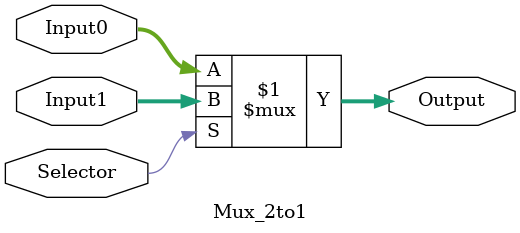
<source format=v>
module Mux_2to1 (Input0, Input1, Output, Selector);
    input  Selector;
    input  [31:0]Input1, Input0;
    output [31:0]Output;

    assign Output = (Selector)? Input1: Input0;
endmodule
</source>
